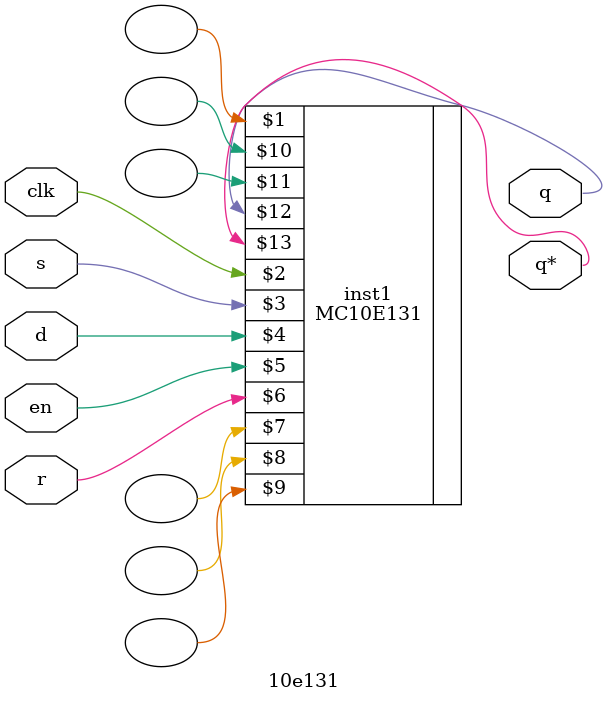
<source format=v>

`timescale 1ns/100ps

module \10e131  (clk, d, en, q, \q* , r, s);
    parameter    size = 1;
    input s;
    input [size-1:0] d;
    input clk;
    input en;
    input r;
    output [size-1:0] q;
    output [size-1:0] \q* ;


    MC10E131  inst1 (/*.vee(unconnected)*/,
                               /*.CC*/ clk,
                               /*.S03*/ s,
                               /*.D0*/ d,
                               /*.CE0_*/ en ,
                               /*.R0*/ r,
                               /*.D1*/  ,
                               /*.CE1_*/   ,
                               /*.R1*/  ,
                               /*.nc10(unconnected)*/,
                               /*.gnd2(unconnected)*/,
                               /*.Q0*/ q,
                               /*.Q0_*/ \q* ,
                               /*.Q1*/  ,
                               /*.Q1_*/ ,
                               /*.gnd1(unconnected)*/,
                               /*.Q2*/  ,
                               /*.Q2_*/ ,
                               /*.Q3*/  ,
                               /*.Q3_*/ ,
                               /*.gnd2(unconnected)*/,
                               /*.R2*/  ,
                               /*.CE2_*/ ,
                               /*.D2*/  ,
                               /*.R3*/  ,
                               /*.CE3_*/ ,
                               /*.D3*/  ,
                               /*.S12*/  );
endmodule

</source>
